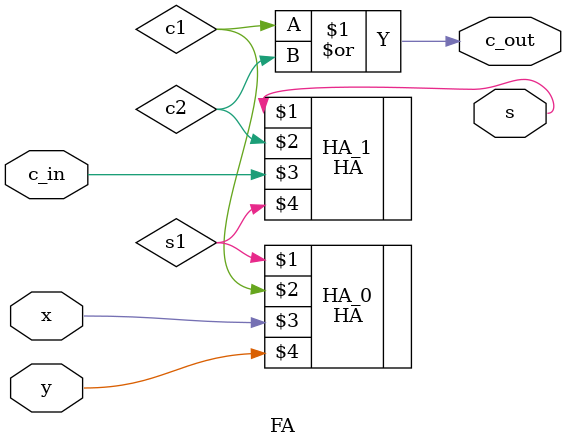
<source format=v>

module FA(s, c_out, x, y, c_in);
    input x, y, c_in;
    output s, c_out;
    wire s1, c1, c2 ;

    HA HA_0(s1, c1, x, y);
    HA HA_1(s, c2, c_in, s1);
    or u1(c_out, c1, c2);

endmodule

</source>
